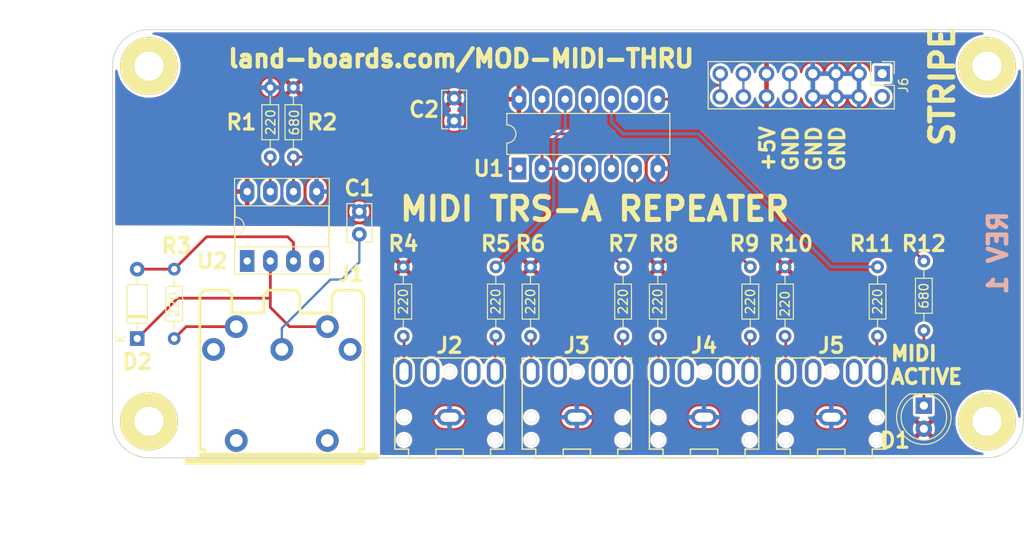
<source format=kicad_pcb>
(kicad_pcb (version 20211014) (generator pcbnew)
  (title_block (title "MOD-MIDI-THRU") (date "2022-10-06") (rev "1"))
  (layers (0 "F.Cu" signal) (31 "B.Cu" signal) (34 "B.Paste" user) (35 "F.Paste" user) (36 "B.SilkS" user "B.Silkscreen") (37 "F.SilkS" user "F.Silkscreen") (38 "B.Mask" user) (39 "F.Mask" user) (44 "Edge.Cuts" user))
  (net 0 "")
  (net 1 "GND")
  (net 2 "+5V")
  (net 3 "/MIDI_RTN")
  (net 4 "Net-(D2-Pad2)")
  (net 5 "/MIDI_1_PWR")
  (net 6 "/MIDI_1_OUT")
  (net 9 "/MIDI_2_PWR")
  (net 10 "Net-(R1-Pad1)")
  (net 11 "/MIDI_IN")
  (net 12 "/RXD")
  (net 13 "Net-(D1-Pad1)")
  (net 15 "Net-(C1-Pad1)")
  (net 17 "/MIDI_2_OUT")
  (net 18 "/MIDI_3_PWR")
  (net 19 "/MIDI_3_OUT")
  (net 20 "/MIDI_4_PWR")
  (net 21 "Net-(R5-Pad1)")
  (net 22 "Net-(R7-Pad1)")
  (net 23 "/MIDI_4_OUT")
  (net 25 "Net-(U1-Pad11)")
  (net 26 "Net-(R9-Pad1)")
  (net 27 "Net-(R11-Pad1)")
  (net 28 "Net-(R12-Pad1)")
  (net 31 "+12V")
  (net 32 "/CV_OUT")
  (net 33 "/GATE_OUT")
  (footprint "Resistor_THT:R_Axial_DIN0204_L3.6mm_D1.6mm_P7.62mm_Horizontal" (layer "F.Cu") (at 149.86 66.04 -90)
    (fp_text reference "R8" (at -2.54 -0.635 180) (layer "F.SilkS") (effects (font (size 1.651 1.651) (thickness 0.34925))))
    (fp_text value "220" (at 3.81 0 90) (layer "F.SilkS"))
    (fp_line (start 1.89 0.92) (end 5.73 0.92) (layer "F.SilkS") (width 0.12))
    (fp_line (start 1.89 -0.92) (end 1.89 0.92) (layer "F.SilkS") (width 0.12))
    (fp_line (start 5.73 0.92) (end 5.73 -0.92) (layer "F.SilkS") (width 0.12))
    (fp_line (start 6.68 0) (end 5.73 0) (layer "F.SilkS") (width 0.12))
    (fp_line (start 0.94 0) (end 1.89 0) (layer "F.SilkS") (width 0.12))
    (fp_line (start 5.73 -0.92) (end 1.89 -0.92) (layer "F.SilkS") (width 0.12))
    (pad "1" thru_hole circle (at 0 0 270) (size 1.4 1.4) (drill 0.7) (layers *.Cu *.Mask) (net 2 "+5V"))
    (pad "2" thru_hole oval (at 7.62 0 270) (size 1.4 1.4) (drill 0.7) (layers *.Cu *.Mask) (net 18 "/MIDI_3_PWR"))
  )
  (footprint "LandBoards_MountHoles:MTG-4-40" (layer "F.Cu") (at 94 83)
    (fp_text reference "MTG1" hide)
    (fp_text value "MountingHole" hide)
    (pad "1" thru_hole circle locked (at 0 0) (size 6.35 6.35) (drill 3.175) (layers *.Cu *.Mask "F.SilkS"))
  )
  (footprint "Resistor_THT:R_Axial_DIN0204_L3.6mm_D1.6mm_P7.62mm_Horizontal" (layer "F.Cu") (at 135.89 66.04 -90)
    (fp_text reference "R6" (at -2.54 0 180) (layer "F.SilkS") (effects (font (size 1.651 1.651) (thickness 0.34925))))
    (fp_text value "220" (at 3.81 0 90) (layer "F.SilkS"))
    (fp_line (start 1.89 -0.92) (end 1.89 0.92) (layer "F.SilkS") (width 0.12))
    (fp_line (start 0.94 0) (end 1.89 0) (layer "F.SilkS") (width 0.12))
    (fp_line (start 6.68 0) (end 5.73 0) (layer "F.SilkS") (width 0.12))
    (fp_line (start 5.73 0.92) (end 5.73 -0.92) (layer "F.SilkS") (width 0.12))
    (fp_line (start 5.73 -0.92) (end 1.89 -0.92) (layer "F.SilkS") (width 0.12))
    (fp_line (start 1.89 0.92) (end 5.73 0.92) (layer "F.SilkS") (width 0.12))
    (pad "1" thru_hole circle (at 0 0 270) (size 1.4 1.4) (drill 0.7) (layers *.Cu *.Mask) (net 2 "+5V"))
    (pad "2" thru_hole oval (at 7.62 0 270) (size 1.4 1.4) (drill 0.7) (layers *.Cu *.Mask) (net 9 "/MIDI_2_PWR"))
  )
  (footprint "LandBoards_Conns:Jack_3.5mm_CUI_SJ1-3523N_Horizontal" (layer "F.Cu") (at 168.91 82.55 180)
    (fp_text reference "J5" (at 0 7.874) (layer "F.SilkS") (effects (font (size 1.651 1.651) (thickness 0.34925))))
    (fp_text value "AudioJack3" hide)
    (fp_line (start -1.5 -4.5) (end -1.5 -3.5) (layer "F.SilkS") (width 0.15))
    (fp_line (start -4.5 -4.5) (end -1.5 -4.5) (layer "F.SilkS") (width 0.15))
    (fp_line (start 4.5 -4.5) (end 1.5 -4.5) (layer "F.SilkS") (width 0.15))
    (fp_line (start -6 6.5) (end 6 6.5) (layer "F.SilkS") (width 0.15))
    (fp_line (start 1.5 -4.5) (end 1.5 -3.5) (layer "F.SilkS") (width 0.15))
    (fp_line (start -1.5 -3.5) (end 1.5 -3.5) (layer "F.SilkS") (width 0.15))
    (fp_line (start -4.5 -3.5) (end -4.5 -4.5) (layer "F.SilkS") (width 0.15))
    (fp_line (start -4.5 -3.5) (end -6 -3.5) (layer "F.SilkS") (width 0.15))
    (fp_line (start 6 6.5) (end 6 -3.5) (layer "F.SilkS") (width 0.15))
    (fp_line (start 4.5 -3.5) (end 4.5 -4.5) (layer "F.SilkS") (width 0.15))
    (fp_line (start -6 6.5) (end -6 -3.5) (layer "F.SilkS") (width 0.15))
    (fp_line (start 4.5 -3.5) (end 6 -3.5) (layer "F.SilkS") (width 0.15))
    (pad "90" thru_hole circle (at -5 0 180) (size 1.2 1.2) (drill 1.2) (layers *.Cu *.Mask))
    (pad "90" thru_hole circle (at 5 -2.5 180) (size 1.2 1.2) (drill 1.2) (layers *.Cu *.Mask))
    (pad "90" thru_hole circle (at -5 -2.5 180) (size 1.2 1.2) (drill 1.2) (layers *.Cu *.Mask))
    (pad "90" thru_hole circle (at 0 5 180) (size 1.2 1.2) (drill 1.2) (layers *.Cu *.Mask))
    (pad "90" thru_hole circle (at 5 0 180) (size 1.2 1.2) (drill 1.2) (layers *.Cu *.Mask))
    (pad "R" thru_hole oval (at 5 5 270) (size 2.8 1.8) (drill oval 2 1) (layers *.Cu *.Mask) (net 20 "/MIDI_4_PWR"))
    (pad "RN" thru_hole oval (at 2 5 270) (size 2.8 1.8) (drill oval 2 1) (layers *.Cu *.Mask))
    (pad "S" thru_hole oval (at 0 0 180) (size 2.8 1.8) (drill oval 2 1) (layers *.Cu *.Mask) (net 1 "GND"))
    (pad "T" thru_hole oval (at -5 5 270) (size 2.8 1.8) (drill oval 2 1) (layers *.Cu *.Mask) (net 23 "/MIDI_4_OUT"))
    (pad "TN" thru_hole oval (at -2.5 5 270) (size 2.8 1.8) (drill oval 2 1) (layers *.Cu *.Mask))
  )
  (footprint "Resistor_THT:R_Axial_DIN0204_L3.6mm_D1.6mm_P7.62mm_Horizontal" (layer "F.Cu") (at 146.05 66.04 -90)
    (fp_text reference "R7" (at -2.54 0 -180) (layer "F.SilkS") (effects (font (size 1.651 1.651) (thickness 0.34925))))
    (fp_text value "220" (at 3.81 0 -270) (layer "F.SilkS"))
    (fp_line (start 5.73 -0.92) (end 1.89 -0.92) (layer "F.SilkS") (width 0.12))
    (fp_line (start 1.89 0.92) (end 5.73 0.92) (layer "F.SilkS") (width 0.12))
    (fp_line (start 0.94 0) (end 1.89 0) (layer "F.SilkS") (width 0.12))
    (fp_line (start 5.73 0.92) (end 5.73 -0.92) (layer "F.SilkS") (width 0.12))
    (fp_line (start 6.68 0) (end 5.73 0) (layer "F.SilkS") (width 0.12))
    (fp_line (start 1.89 -0.92) (end 1.89 0.92) (layer "F.SilkS") (width 0.12))
    (pad "1" thru_hole circle (at 0 0 270) (size 1.4 1.4) (drill 0.7) (layers *.Cu *.Mask) (net 22 "Net-(R7-Pad1)"))
    (pad "2" thru_hole oval (at 7.62 0 270) (size 1.4 1.4) (drill 0.7) (layers *.Cu *.Mask) (net 17 "/MIDI_2_OUT"))
  )
  (footprint "LandBoards_Conns:Jack_3.5mm_CUI_SJ1-3523N_Horizontal" (layer "F.Cu") (at 154.94 82.55 180)
    (fp_text reference "J4" (at 0 7.874) (layer "F.SilkS") (effects (font (size 1.651 1.651) (thickness 0.34925))))
    (fp_text value "AudioJack3" hide)
    (fp_line (start 4.5 -3.5) (end 6 -3.5) (layer "F.SilkS") (width 0.15))
    (fp_line (start -4.5 -4.5) (end -1.5 -4.5) (layer "F.SilkS") (width 0.15))
    (fp_line (start -4.5 -3.5) (end -4.5 -4.5) (layer "F.SilkS") (width 0.15))
    (fp_line (start -4.5 -3.5) (end -6 -3.5) (layer "F.SilkS") (width 0.15))
    (fp_line (start 4.5 -3.5) (end 4.5 -4.5) (layer "F.SilkS") (width 0.15))
    (fp_line (start 6 6.5) (end 6 -3.5) (layer "F.SilkS") (width 0.15))
    (fp_line (start 1.5 -4.5) (end 1.5 -3.5) (layer "F.SilkS") (width 0.15))
    (fp_line (start -6 6.5) (end 6 6.5) (layer "F.SilkS") (width 0.15))
    (fp_line (start -6 6.5) (end -6 -3.5) (layer "F.SilkS") (width 0.15))
    (fp_line (start 4.5 -4.5) (end 1.5 -4.5) (layer "F.SilkS") (width 0.15))
    (fp_line (start -1.5 -4.5) (end -1.5 -3.5) (layer "F.SilkS") (width 0.15))
    (fp_line (start -1.5 -3.5) (end 1.5 -3.5) (layer "F.SilkS") (width 0.15))
    (pad "90" thru_hole circle (at -5 0 180) (size 1.2 1.2) (drill 1.2) (layers *.Cu *.Mask))
    (pad "90" thru_hole circle (at 0 5 180) (size 1.2 1.2) (drill 1.2) (layers *.Cu *.Mask))
    (pad "90" thru_hole circle (at 5 -2.5 180) (size 1.2 1.2) (drill 1.2) (layers *.Cu *.Mask))
    (pad "90" thru_hole circle (at -5 -2.5 180) (size 1.2 1.2) (drill 1.2) (layers *.Cu *.Mask))
    (pad "90" thru_hole circle (at 5 0 180) (size 1.2 1.2) (drill 1.2) (layers *.Cu *.Mask))
    (pad "R" thru_hole oval (at 5 5 270) (size 2.8 1.8) (drill oval 2 1) (layers *.Cu *.Mask) (net 18 "/MIDI_3_PWR"))
    (pad "RN" thru_hole oval (at 2 5 270) (size 2.8 1.8) (drill oval 2 1) (layers *.Cu *.Mask))
    (pad "S" thru_hole oval (at 0 0 180) (size 2.8 1.8) (drill oval 2 1) (layers *.Cu *.Mask) (net 1 "GND"))
    (pad "T" thru_hole oval (at -5 5 270) (size 2.8 1.8) (drill oval 2 1) (layers *.Cu *.Mask) (net 19 "/MIDI_3_OUT"))
    (pad "TN" thru_hole oval (at -2.5 5 270) (size 2.8 1.8) (drill oval 2 1) (layers *.Cu *.Mask))
  )
  (footprint "Resistor_THT:R_Axial_DIN0204_L3.6mm_D1.6mm_P7.62mm_Horizontal" (layer "F.Cu") (at 121.92 66.04 -90)
    (fp_text reference "R4" (at -2.54 0 180) (layer "F.SilkS") (effects (font (size 1.651 1.651) (thickness 0.34925))))
    (fp_text value "220" (at 3.81 0 90) (layer "F.SilkS"))
    (fp_line (start 0.94 0) (end 1.89 0) (layer "F.SilkS") (width 0.12))
    (fp_line (start 1.89 0.92) (end 5.73 0.92) (layer "F.SilkS") (width 0.12))
    (fp_line (start 5.73 -0.92) (end 1.89 -0.92) (layer "F.SilkS") (width 0.12))
    (fp_line (start 1.89 -0.92) (end 1.89 0.92) (layer "F.SilkS") (width 0.12))
    (fp_line (start 5.73 0.92) (end 5.73 -0.92) (layer "F.SilkS") (width 0.12))
    (fp_line (start 6.68 0) (end 5.73 0) (layer "F.SilkS") (width 0.12))
    (pad "1" thru_hole circle (at 0 0 270) (size 1.4 1.4) (drill 0.7) (layers *.Cu *.Mask) (net 2 "+5V"))
    (pad "2" thru_hole oval (at 7.62 0 270) (size 1.4 1.4) (drill 0.7) (layers *.Cu *.Mask) (net 5 "/MIDI_1_PWR"))
  )
  (footprint "Package_DIP:DIP-14_W7.62mm_LongPads" (layer "F.Cu") (at 134.615 55.26 90)
    (fp_text reference "U1" (at 0.015 -3.297) (layer "F.SilkS") (effects (font (size 1.651 1.651) (thickness 0.34925))))
    (fp_text value "74HC14")
    (fp_line (start 6.06 -1.33) (end 4.81 -1.33) (layer "F.SilkS") (width 0.12))
    (fp_line (start 2.81 -1.33) (end 1.56 -1.33) (layer "F.SilkS") (width 0.12))
    (fp_line (start 1.56 16.57) (end 6.06 16.57) (layer "F.SilkS") (width 0.12))
    (fp_line (start 6.06 16.57) (end 6.06 -1.33) (layer "F.SilkS") (width 0.12))
    (fp_line (start 1.56 -1.33) (end 1.56 16.57) (layer "F.SilkS") (width 0.12))
    (fp_arc (start 4.81 -1.33) (mid 3.81 -0.33) (end 2.81 -1.33) (layer "F.SilkS") (width 0.12))
    (pad "1" thru_hole rect (at 0 0 90) (size 2.4 1.6) (drill 0.8) (layers *.Cu *.Mask) (net 12 "/RXD"))
    (pad "2" thru_hole oval (at 0 2.54 90) (size 2.4 1.6) (drill 0.8) (layers *.Cu *.Mask) (net 25 "Net-(U1-Pad11)"))
    (pad "3" thru_hole oval (at 0 5.08 90) (size 2.4 1.6) (drill 0.8) (layers *.Cu *.Mask) (net 25 "Net-(U1-Pad11)"))
    (pad "4" thru_hole oval (at 0 7.62 90) (size 2.4 1.6) (drill 0.8) (layers *.Cu *.Mask) (net 22 "Net-(R7-Pad1)"))
    (pad "5" thru_hole oval (at 0 10.16 90) (size 2.4 1.6) (drill 0.8) (layers *.Cu *.Mask) (net 25 "Net-(U1-Pad11)"))
    (pad "6" thru_hole oval (at 0 12.7 90) (size 2.4 1.6) (drill 0.8) (layers *.Cu *.Mask) (net 26 "Net-(R9-Pad1)"))
    (pad "7" thru_hole oval (at 0 15.24 90) (size 2.4 1.6) (drill 0.8) (layers *.Cu *.Mask) (net 1 "GND"))
    (pad "8" thru_hole oval (at 7.62 15.24 90) (size 2.4 1.6) (drill 0.8) (layers *.Cu *.Mask) (net 28 "Net-(R12-Pad1)"))
    (pad "9" thru_hole oval (at 7.62 12.7 90) (size 2.4 1.6) (drill 0.8) (layers *.Cu *.Mask))
    (pad "10" thru_hole oval (at 7.62 10.16 90) (size 2.4 1.6) (drill 0.8) (layers *.Cu *.Mask) (net 27 "Net-(R11-Pad1)"))
    (pad "11" thru_hole oval (at 7.62 7.62 90) (size 2.4 1.6) (drill 0.8) (layers *.Cu *.Mask) (net 25 "Net-(U1-Pad11)"))
    (pad "12" thru_hole oval (at 7.62 5.08 90) (size 2.4 1.6) (drill 0.8) (layers *.Cu *.Mask) (net 21 "Net-(R5-Pad1)"))
    (pad "13" thru_hole oval (at 7.62 2.54 90) (size 2.4 1.6) (drill 0.8) (layers *.Cu *.Mask) (net 25 "Net-(U1-Pad11)"))
    (pad "14" thru_hole oval (at 7.62 0 90) (size 2.4 1.6) (drill 0.8) (layers *.Cu *.Mask) (net 2 "+5V"))
  )
  (footprint "Resistor_THT:R_Axial_DIN0204_L3.6mm_D1.6mm_P7.62mm_Horizontal" (layer "F.Cu") (at 173.99 66.04 -90)
    (fp_text reference "R11" (at -2.54 0.635 -180) (layer "F.SilkS") (effects (font (size 1.651 1.651) (thickness 0.34925))))
    (fp_text value "220" (at 3.81 0 -270) (layer "F.SilkS"))
    (fp_line (start 5.73 -0.92) (end 1.89 -0.92) (layer "F.SilkS") (width 0.12))
    (fp_line (start 1.89 -0.92) (end 1.89 0.92) (layer "F.SilkS") (width 0.12))
    (fp_line (start 0.94 0) (end 1.89 0) (layer "F.SilkS") (width 0.12))
    (fp_line (start 5.73 0.92) (end 5.73 -0.92) (layer "F.SilkS") (width 0.12))
    (fp_line (start 6.68 0) (end 5.73 0) (layer "F.SilkS") (width 0.12))
    (fp_line (start 1.89 0.92) (end 5.73 0.92) (layer "F.SilkS") (width 0.12))
    (pad "1" thru_hole circle (at 0 0 270) (size 1.4 1.4) (drill 0.7) (layers *.Cu *.Mask) (net 27 "Net-(R11-Pad1)"))
    (pad "2" thru_hole oval (at 7.62 0 270) (size 1.4 1.4) (drill 0.7) (layers *.Cu *.Mask) (net 23 "/MIDI_4_OUT"))
  )
  (footprint "Capacitor_THT:C_Rect_L4.0mm_W2.5mm_P2.50mm" (layer "F.Cu") (at 117.094 62.464 90)
    (fp_text reference "C1" (at 5.06 0 180) (layer "F.SilkS") (effects (font (size 1.651 1.651) (thickness 0.34925))))
    (fp_text value "0.1uF")
    (fp_line (start -0.87 -1.37) (end -0.87 -0.665) (layer "F.SilkS") (width 0.12))
    (fp_line (start -0.87 1.37) (end 3.37 1.37) (layer "F.SilkS") (width 0.12))
    (fp_line (start -0.87 0.665) (end -0.87 1.37) (layer "F.SilkS") (width 0.12))
    (fp_line (start -0.87 -1.37) (end 3.37 -1.37) (layer "F.SilkS") (width 0.12))
    (fp_line (start 3.37 0.665) (end 3.37 1.37) (layer "F.SilkS") (width 0.12))
    (fp_line (start 3.37 -1.37) (end 3.37 -0.665) (layer "F.SilkS") (width 0.12))
    (pad "1" thru_hole circle (at 0 0 90) (size 1.6 1.6) (drill 0.8) (layers *.Cu *.Mask) (net 15 "Net-(C1-Pad1)"))
    (pad "2" thru_hole circle (at 2.5 0 90) (size 1.6 1.6) (drill 0.8) (layers *.Cu *.Mask) (net 1 "GND"))
  )
  (footprint "Resistor_THT:R_Axial_DIN0204_L3.6mm_D1.6mm_P7.62mm_Horizontal" (layer "F.Cu") (at 132.08 66.04 -90)
    (fp_text reference "R5" (at -2.54 0 -180) (layer "F.SilkS") (effects (font (size 1.651 1.651) (thickness 0.34925))))
    (fp_text value "220" (at 3.81 0 -270) (layer "F.SilkS"))
    (fp_line (start 5.73 -0.92) (end 1.89 -0.92) (layer "F.SilkS") (width 0.12))
    (fp_line (start 5.73 0.92) (end 5.73 -0.92) (layer "F.SilkS") (width 0.12))
    (fp_line (start 1.89 0.92) (end 5.73 0.92) (layer "F.SilkS") (width 0.12))
    (fp_line (start 1.89 -0.92) (end 1.89 0.92) (layer "F.SilkS") (width 0.12))
    (fp_line (start 0.94 0) (end 1.89 0) (layer "F.SilkS") (width 0.12))
    (fp_line (start 6.68 0) (end 5.73 0) (layer "F.SilkS") (width 0.12))
    (pad "1" thru_hole circle (at 0 0 270) (size 1.4 1.4) (drill 0.7) (layers *.Cu *.Mask) (net 21 "Net-(R5-Pad1)"))
    (pad "2" thru_hole oval (at 7.62 0 270) (size 1.4 1.4) (drill 0.7) (layers *.Cu *.Mask) (net 6 "/MIDI_1_OUT"))
  )
  (footprint "Resistor_THT:R_Axial_DIN0204_L3.6mm_D1.6mm_P7.62mm_Horizontal" (layer "F.Cu") (at 96.774 66.294 -90)
    (fp_text reference "R3" (at -2.54 -0.254) (layer "F.SilkS") (effects (font (size 1.651 1.651) (thickness 0.34925))))
    (fp_text value "220" (at 3.8862 0 90) (layer "F.SilkS"))
    (fp_line (start 6.68 0) (end 5.73 0) (layer "F.SilkS") (width 0.12))
    (fp_line (start 5.73 0.92) (end 5.73 -0.92) (layer "F.SilkS") (width 0.12))
    (fp_line (start 1.89 -0.92) (end 1.89 0.92) (layer "F.SilkS") (width 0.12))
    (fp_line (start 5.73 -0.92) (end 1.89 -0.92) (layer "F.SilkS") (width 0.12))
    (fp_line (start 0.94 0) (end 1.89 0) (layer "F.SilkS") (width 0.12))
    (fp_line (start 1.89 0.92) (end 5.73 0.92) (layer "F.SilkS") (width 0.12))
    (pad "1" thru_hole circle (at 0 0 270) (size 1.4 1.4) (drill 0.7) (layers *.Cu *.Mask) (net 4 "Net-(D2-Pad2)"))
    (pad "2" thru_hole oval (at 7.62 0 270) (size 1.4 1.4) (drill 0.7) (layers *.Cu *.Mask) (net 3 "/MIDI_RTN"))
  )
  (footprint "LED_THT:LED_D5.0mm" (layer "F.Cu") (at 179.07 81.275 -90)
    (fp_text reference "D1" (at 3.815 3.175) (layer "F.SilkS") (effects (font (size 1.651 1.651) (thickness 0.34925))))
    (fp_text value "LED")
    (fp_line (start -1.29 -1.545) (end -1.29 1.545) (layer "F.SilkS") (width 0.12))
    (fp_arc (start 4.26 -0.000462) (mid 2.072002 2.880433) (end -1.29 1.54483) (layer "F.SilkS") (width 0.12))
    (fp_arc (start -1.29 -1.54483) (mid 2.072002 -2.880433) (end 4.26 0.000462) (layer "F.SilkS") (width 0.12))
    (fp_circle (center 1.27 0) (end 3.77 0) (layer "F.SilkS") (width 0.12) (fill none))
    (pad "1" thru_hole rect (at 0 0 270) (size 1.8 1.8) (drill 0.9) (layers *.Cu *.Mask) (net 13 "Net-(D1-Pad1)"))
    (pad "2" thru_hole circle (at 2.54 0 270) (size 1.8 1.8) (drill 0.9) (layers *.Cu *.Mask) (net 2 "+5V"))
  )
  (footprint "Resistor_THT:R_Axial_DIN0204_L3.6mm_D1.6mm_P7.62mm_Horizontal" (layer "F.Cu") (at 160.02 66.04 -90)
    (fp_text reference "R9" (at -2.54 0.635 -180) (layer "F.SilkS") (effects (font (size 1.651 1.651) (thickness 0.34925))))
    (fp_text value "220" (at 3.81 0 -270) (layer "F.SilkS"))
    (fp_line (start 6.68 0) (end 5.73 0) (layer "F.SilkS") (width 0.12))
    (fp_line (start 0.94 0) (end 1.89 0) (layer "F.SilkS") (width 0.12))
    (fp_line (start 1.89 0.92) (end 5.73 0.92) (layer "F.SilkS") (width 0.12))
    (fp_line (start 5.73 0.92) (end 5.73 -0.92) (layer "F.SilkS") (width 0.12))
    (fp_line (start 1.89 -0.92) (end 1.89 0.92) (layer "F.SilkS") (width 0.12))
    (fp_line (start 5.73 -0.92) (end 1.89 -0.92) (layer "F.SilkS") (width 0.12))
    (pad "1" thru_hole circle (at 0 0 270) (size 1.4 1.4) (drill 0.7) (layers *.Cu *.Mask) (net 26 "Net-(R9-Pad1)"))
    (pad "2" thru_hole oval (at 7.62 0 270) (size 1.4 1.4) (drill 0.7) (layers *.Cu *.Mask) (net 19 "/MIDI_3_OUT"))
  )
  (footprint "LandBoards_MountHoles:MTG-4-40" (layer "F.Cu") (at 94 44)
    (fp_text reference "MTG3" hide)
    (fp_text value "MountingHole" hide)
    (pad "1" thru_hole circle locked (at 0 0) (size 6.35 6.35) (drill 3.175) (layers *.Cu *.Mask "F.SilkS"))
  )
  (footprint "Diode_THT:D_DO-35_SOD27_P7.62mm_Horizontal" (layer "F.Cu") (at 92.71 73.914 90)
    (fp_text reference "D2" (at -2.54 0) (layer "F.SilkS") (effects (font (size 1.651 1.651) (thickness 0.34925))))
    (fp_text value "1N914")
    (fp_text user "K" (at 0 -1.8 90) (layer "F.SilkS"))
    (fp_line (start 5.93 -1.12) (end 1.69 -1.12) (layer "F.SilkS") (width 0.12))
    (fp_line (start 2.29 -1.12) (end 2.29 1.12) (layer "F.SilkS") (width 0.12))
    (fp_line (start 5.93 1.12) (end 5.93 -1.12) (layer "F.SilkS") (width 0.12))
    (fp_line (start 1.69 -1.12) (end 1.69 1.12) (layer "F.SilkS") (width 0.12))
    (fp_line (start 2.41 -1.12) (end 2.41 1.12) (layer "F.SilkS") (width 0.12))
    (fp_line (start 6.58 0) (end 5.93 0) (layer "F.SilkS") (width 0.12))
    (fp_line (start 1.04 0) (end 1.69 0) (layer "F.SilkS") (width 0.12))
    (fp_line (start 1.69 1.12) (end 5.93 1.12) (layer "F.SilkS") (width 0.12))
    (fp_line (start 2.53 -1.12) (end 2.53 1.12) (layer "F.SilkS") (width 0.12))
    (pad "1" thru_hole rect (at 0 0 90) (size 1.6 1.6) (drill 0.8) (layers *.Cu *.Mask) (net 11 "/MIDI_IN"))
    (pad "2" thru_hole oval (at 7.62 0 90) (size 1.6 1.6) (drill 0.8) (layers *.Cu *.Mask) (net 4 "Net-(D2-Pad2)"))
  )
  (footprint "Connector_PinHeader_2.54mm:PinHeader_2x08_P2.54mm_Vertical" (layer "F.Cu") (at 174.498 44.831 -90)
    (fp_text reference "J6" (at 1.27 -2.33 90) (layer "F.SilkS"))
    (fp_text value "Conn_02x08_Odd_Even")
    (fp_line (start -1.33 1.27) (end -1.33 19.11) (layer "F.SilkS") (width 0.12))
    (fp_line (start -1.33 1.27) (end 1.27 1.27) (layer "F.SilkS") (width 0.12))
    (fp_line (start -1.33 19.11) (end 3.87 19.11) (layer "F.SilkS") (width 0.12))
    (fp_line (start 1.27 -1.33) (end 3.87 -1.33) (layer "F.SilkS") (width 0.12))
    (fp_line (start 1.27 1.27) (end 1.27 -1.33) (layer "F.SilkS") (width 0.12))
    (fp_line (start -1.33 -1.33) (end 0 -1.33) (layer "F.SilkS") (width 0.12))
    (fp_line (start 3.87 -1.33) (end 3.87 19.11) (layer "F.SilkS") (width 0.12))
    (fp_line (start -1.33 0) (end -1.33 -1.33) (layer "F.SilkS") (width 0.12))
    (pad "1" thru_hole rect (at 0 0 270) (size 1.7 1.7) (drill 1) (layers *.Cu *.Mask))
    (pad "2" thru_hole oval (at 2.54 0 270) (size 1.7 1.7) (drill 1) (layers *.Cu *.Mask))
    (pad "3" thru_hole oval (at 0 2.54 270) (size 1.7 1.7) (drill 1) (layers *.Cu *.Mask) (net 1 "GND"))
    (pad "4" thru_hole oval (at 2.54 2.54 270) (size 1.7 1.7) (drill 1) (layers *.Cu *.Mask) (net 1 "GND"))
    (pad "5" thru_hole oval (at 0 5.08 270) (size 1.7 1.7) (drill 1) (layers *.Cu *.Mask) (net 1 "GND"))
    (pad "6" thru_hole oval (at 2.54 5.08 270) (size 1.7 1.7) (drill 1) (layers *.Cu *.Mask) (net 1 "GND"))
    (pad "7" thru_hole oval (at 0 7.62 270) (size 1.7 1.7) (drill 1) (layers *.Cu *.Mask) (net 1 "GND"))
    (pad "8" thru_hole oval (at 2.54 7.62 270) (size 1.7 1.7) (drill 1) (layers *.Cu *.Mask) (net 1 "GND"))
    (pad "9" thru_hole oval (at 0 10.16 270) (size 1.7 1.7) (drill 1) (layers *.Cu *.Mask) (net 31 "+12V"))
    (pad "10" thru_hole oval (at 2.54 10.16 270) (size 1.7 1.7) (drill 1) (layers *.Cu *.Mask) (net 31 "+12V"))
    (pad "11" thru_hole oval (at 0 12.7 270) (size 1.7 1.7) (drill 1) (layers *.Cu *.Mask) (net 2 "+5V"))
    (pad "12" thru_hole oval (at 2.54 12.7 270) (size 1.7 1.7) (drill 1) (layers *.Cu *.Mask) (net 2 "+5V"))
    (pad "13" thru_hole oval (at 0 15.24 270) (size 1.7 1.7) (drill 1) (layers *.Cu *.Mask) (net 32 "/CV_OUT"))
    (pad "14" thru_hole oval (at 2.54 15.24 270) (size 1.7 1.7) (drill 1) (layers *.Cu *.Mask) (net 32 "/CV_OUT"))
    (pad "15" thru_hole oval (at 0 17.78 270) (size 1.7 1.7) (drill 1) (layers *.Cu *.Mask) (net 33 "/GATE_OUT"))
    (pad "16" thru_hole oval (at 2.54 17.78 270) (size 1.7 1.7) (drill 1) (layers *.Cu *.Mask) (net 33 "/GATE_OUT"))
  )
  (footprint "Resistor_THT:R_Axial_DIN0204_L3.6mm_D1.6mm_P7.62mm_Horizontal" (layer "F.Cu") (at 163.83 66.04 -90)
    (fp_text reference "R10" (at -2.54 -0.635 180) (layer "F.SilkS") (effects (font (size 1.651 1.651) (thickness 0.34925))))
    (fp_text value "220" (at 4.064 0 90) (layer "F.SilkS"))
    (fp_line (start 1.89 0.92) (end 5.73 0.92) (layer "F.SilkS") (width 0.12))
    (fp_line (start 0.94 0) (end 1.89 0) (layer "F.SilkS") (width 0.12))
    (fp_line (start 5.73 -0.92) (end 1.89 -0.92) (layer "F.SilkS") (width 0.12))
    (fp_line (start 5.73 0.92) (end 5.73 -0.92) (layer "F.SilkS") (width 0.12))
    (fp_line (start 1.89 -0.92) (end 1.89 0.92) (layer "F.SilkS") (width 0.12))
    (fp_line (start 6.68 0) (end 5.73 0) (layer "F.SilkS") (width 0.12))
    (pad "1" thru_hole circle (at 0 0 270) (size 1.4 1.4) (drill 0.7) (layers *.Cu *.Mask) (net 2 "+5V"))
    (pad "2" thru_hole oval (at 7.62 0 270) (size 1.4 1.4) (drill 0.7) (layers *.Cu *.Mask) (net 20 "/MIDI_4_PWR"))
  )
  (footprint "LandBoards_Conns:MIDI_DIN-5" (layer "F.Cu") (at 108.585 78.105)
    (fp_text reference "J1" (at 7.62 -11.27) (layer "F.SilkS") (effects (font (size 1.651 1.651) (thickness 0.34925))))
    (fp_text value "DIN-5" hide)
    (fp_line (start 8.49884 -9.4996) (end 6.49986 -9.4996) (layer "F.SilkS") (width 0.3048))
    (fp_line (start -10.50036 9.4996) (end -10.50036 8.99922) (layer "F.SilkS") (width 0.3048))
    (fp_line (start -10.50036 8.99922) (end -8.99922 8.99922) (layer "F.SilkS") (width 0.3048))
    (fp_line (start 8.99922 -8.99922) (end 8.99922 8.001) (layer "F.SilkS") (width 0.3048))
    (fp_line (start -5.99948 -9.4996) (end -5.4991 -8.99922) (layer "F.SilkS") (width 0.3048))
    (fp_line (start -8.49884 -9.4996) (end -5.99948 -9.4996) (layer "F.SilkS") (width 0.3048))
    (fp_line (start 1.50114 -9.4996) (end 1.99898 -8.99922) (layer "F.SilkS") (width 0.3048))
    (fp_line (start -1.99898 -8.99922) (end -1.99898 -7.00024) (layer "F.SilkS") (width 0.3048))
    (fp_line (start 8.99922 8.99922) (end -8.99922 8.99922) (layer "F.SilkS") (width 0.3048))
    (fp_line (start -8.99922 -8.99922) (end -8.49884 -9.4996) (layer "F.SilkS") (width 0.3048))
    (fp_line (start 10.50036 8.49884) (end 10.50036 8.99922) (layer "F.SilkS") (width 0.3048))
    (fp_line (start -5.4991 -8.99922) (end -5.4991 -7.00024) (layer "F.SilkS") (width 0.3048))
    (fp_line (start -8.99922 8.99922) (end -8.99922 8.49884) (layer "F.SilkS") (width 0.3048))
    (fp_line (start -1.50114 -9.4996) (end -1.99898 -8.99922) (layer "F.SilkS") (width 0.3048))
    (fp_line (start -5.4991 -7.00024) (end -1.99898 -7.00024) (layer "F.SilkS") (width 0.3048))
    (fp_line (start -8.99922 -8.99922) (end -8.99922 8.001) (layer "F.SilkS") (width 0.3048))
    (fp_line (start 10.50036 8.99922) (end 8.99922 8.99922) (layer "F.SilkS") (width 0.3048))
    (fp_line (start 5.4991 -8.99922) (end 5.4991 -7.00024) (layer "F.SilkS") (width 0.3048))
    (fp_line (start -8.99922 8.7503) (end 10.50036 8.7503) (layer "F.SilkS") (width 0.3048))
    (fp_line (start 8.49884 8.49884) (end 8.49884 8.001) (layer "F.SilkS") (width 0.3048))
    (fp_line (start -8.99922 8.001) (end -8.49884 8.001) (layer "F.SilkS") (width 0.3048))
    (fp_line (start 8.99922 -8.99922) (end 8.49884 -9.4996) (layer "F.SilkS") (width 0.3048))
    (fp_line (start 6.49986 -9.4996) (end 5.99948 -9.4996) (layer "F.SilkS") (width 0.3048))
    (fp_line (start 8.99922 8.001) (end 8.49884 8.001) (layer "F.SilkS") (width 0.3048))
    (fp_line (start -10.50036 9.25068) (end 8.99922 9.25068) (layer "F.SilkS") (width 0.3048))
    (fp_line (start 8.99922 8.99922) (end 8.99922 9.4996) (layer "F.SilkS") (width 0.3048))
    (fp_line (start 1.99898 -8.99922) (end 1.99898 -7.00024) (layer "F.SilkS") (width 0.3048))
    (fp_line (start 5.99948 -9.4996) (end 5.4991 -8.99922) (layer "F.SilkS") (width 0.3048))
    (fp_line (start 5.4991 -7.00024) (end 1.99898 -7.00024) (layer "F.SilkS") (width 0.3048))
    (fp_line (start -8.99922 8.49884) (end 10.50036 8.49884) (layer "F.SilkS") (width 0.3048))
    (fp_line (start -1.50114 -9.4996) (end 1.50114 -9.4996) (layer "F.SilkS") (width 0.3048))
    (fp_line (start -8.49884 8.001) (end -8.49884 8.49884) (layer "F.SilkS") (width 0.3048))
    (fp_line (start 8.99922 9.4996) (end -10.50036 9.4996) (layer "F.SilkS") (width 0.3048))
    (pad "1" thru_hole circle (at 7.5 -3) (size 2.5 2.5) (drill 1.4) (layers *.Cu *.Mask))
    (pad "2" thru_hole circle (at 0 -3) (size 2.5 2.5) (drill 1.4) (layers *.Cu *.Mask) (net 15 "Net-(C1-Pad1)"))
    (pad "3" thru_hole circle (at -7.5 -3) (size 2.5 2.5) (drill 1.4) (layers *.Cu *.Mask))
    (pad "4" thru_hole circle (at 5 -5.5) (size 2.5 2.5) (drill 1.4) (layers *.Cu *.Mask) (net 11 "/MIDI_IN"))
    (pad "5" thru_hole circle (at -5 -5.5) (size 2.5 2.5) (drill 1.4) (layers *.Cu *.Mask) (net 3 "/MIDI_RTN"))
    (pad "6" thru_hole circle (at 5 7) (size 2.5 2.5) (drill 1.4) (layers *.Cu *.Mask))
    (pad "6" thru_hole circle (at -5 7) (size 2.5 2.5) (drill 1.4) (layers *.Cu *.Mask))
  )
  (footprint "LandBoards_Conns:Jack_3.5mm_CUI_SJ1-3523N_Horizontal" (layer "F.Cu") (at 127 82.55 180)
    (fp_text reference "J2" (at 0 7.874) (layer "F.SilkS") (effects (font (size 1.651 1.651) (thickness 0.34925))))
    (fp_text value "AudioJack3" hide)
    (fp_line (start -6 6.5) (end 6 6.5) (layer "F.SilkS") (width 0.15))
    (fp_line (start -6 6.5) (end -6 -3.5) (layer "F.SilkS") (width 0.15))
    (fp_line (start 1.5 -4.5) (end 1.5 -3.5) (layer "F.SilkS") (width 0.15))
    (fp_line (start -4.5 -3.5) (end -4.5 -4.5) (layer "F.SilkS") (width 0.15))
    (fp_line (start 6 6.5) (end 6 -3.5) (layer "F.SilkS") (width 0.15))
    (fp_line (start -1.5 -3.5) (end 1.5 -3.5) (layer "F.SilkS") (width 0.15))
    (fp_line (start -4.5 -3.5) (end -6 -3.5) (layer "F.SilkS") (width 0.15))
    (fp_line (start 4.5 -3.5) (end 6 -3.5) (layer "F.SilkS") (width 0.15))
    (fp_line (start -4.5 -4.5) (end -1.5 -4.5) (layer "F.SilkS") (width 0.15))
    (fp_line (start 4.5 -4.5) (end 1.5 -4.5) (layer "F.SilkS") (width 0.15))
    (fp_line (start -1.5 -4.5) (end -1.5 -3.5) (layer "F.SilkS") (width 0.15))
    (fp_line (start 4.5 -3.5) (end 4.5 -4.5) (layer "F.SilkS") (width 0.15))
    (pad "90" thru_hole circle (at -5 0 180) (size 1.2 1.2) (drill 1.2) (layers *.Cu *.Mask))
    (pad "90" thru_hole circle (at -5 -2.5 180) (size 1.2 1.2) (drill 1.2) (layers *.Cu *.Mask))
    (pad "90" thru_hole circle (at 5 0 180) (size 1.2 1.2) (drill 1.2) (layers *.Cu *.Mask))
    (pad "90" thru_hole circle (at 0 5 180) (size 1.2 1.2) (drill 1.2) (layers *.Cu *.Mask))
    (pad "90" thru_hole circle (at 5 -2.5 180) (size 1.2 1.2) (drill 1.2) (layers *.Cu *.Mask))
    (pad "R" thru_hole oval (at 5 5 270) (size 2.8 1.8) (drill oval 2 1) (layers *.Cu *.Mask) (net 5 "/MIDI_1_PWR"))
    (pad "RN" thru_hole oval (at 2 5 270) (size 2.8 1.8) (drill oval 2 1) (layers *.Cu *.Mask))
    (pad "S" thru_hole oval (at 0 0 180) (size 2.8 1.8) (drill oval 2 1) (layers *.Cu *.Mask) (net 1 "GND"))
    (pad "T" thru_hole oval (at -5 5 270) (size 2.8 1.8) (drill oval 2 1) (layers *.Cu *.Mask) (net 6 "/MIDI_1_OUT"))
    (pad "TN" thru_hole oval (at -2.5 5 270) (size 2.8 1.8) (drill oval 2 1) (layers *.Cu *.Mask))
  )
  (footprint "LandBoards_Conns:Jack_3.5mm_CUI_SJ1-3523N_Horizontal" (layer "F.Cu") (at 140.97 82.55 180)
    (fp_text reference "J3" (at 0 7.874) (layer "F.SilkS") (effects (font (size 1.651 1.651) (thickness 0.34925))))
    (fp_text value "AudioJack3" hide)
    (fp_line (start 4.5 -3.5) (end 4.5 -4.5) (layer "F.SilkS") (width 0.15))
    (fp_line (start -4.5 -3.5) (end -4.5 -4.5) (layer "F.SilkS") (width 0.15))
    (fp_line (start -1.5 -3.5) (end 1.5 -3.5) (layer "F.SilkS") (width 0.15))
    (fp_line (start 4.5 -4.5) (end 1.5 -4.5) (layer "F.SilkS") (width 0.15))
    (fp_line (start 1.5 -4.5) (end 1.5 -3.5) (layer "F.SilkS") (width 0.15))
    (fp_line (start -6 6.5) (end -6 -3.5) (layer "F.SilkS") (width 0.15))
    (fp_line (start 4.5 -3.5) (end 6 -3.5) (layer "F.SilkS") (width 0.15))
    (fp_line (start -4.5 -3.5) (end -6 -3.5) (layer "F.SilkS") (width 0.15))
    (fp_line (start -4.5 -4.5) (end -1.5 -4.5) (layer "F.SilkS") (width 0.15))
    (fp_line (start -6 6.5) (end 6 6.5) (layer "F.SilkS") (width 0.15))
    (fp_line (start 6 6.5) (end 6 -3.5) (layer "F.SilkS") (width 0.15))
    (fp_line (start -1.5 -4.5) (end -1.5 -3.5) (layer "F.SilkS") (width 0.15))
    (pad "90" thru_hole circle (at 5 -2.5 180) (size 1.2 1.2) (drill 1.2) (layers *.Cu *.Mask))
    (pad "90" thru_hole circle (at 5 0 180) (size 1.2 1.2) (drill 1.2) (layers *.Cu *.Mask))
    (pad "90" thru_hole circle (at -5 -2.5 180) (size 1.2 1.2) (drill 1.2) (layers *.Cu *.Mask))
    (pad "90" thru_hole circle (at 0 5 180) (size 1.2 1.2) (drill 1.2) (layers *.Cu *.Mask))
    (pad "90" thru_hole circle (at -5 0 180) (size 1.2 1.2) (drill 1.2) (layers *.Cu *.Mask))
    (pad "R" thru_hole oval (at 5 5 270) (size 2.8 1.8) (drill oval 2 1) (layers *.Cu *.Mask) (net 9 "/MIDI_2_PWR"))
    (pad "RN" thru_hole oval (at 2 5 270) (size 2.8 1.8) (drill oval 2 1) (layers *.Cu *.Mask))
    (pad "S" thru_hole oval (at 0 0 180) (size 2.8 1.8) (drill oval 2 1) (layers *.Cu *.Mask) (net 1 "GND"))
    (pad "T" thru_hole oval (at -5 5 270) (size 2.8 1.8) (drill oval 2 1) (layers *.Cu *.Mask) (net 17 "/MIDI_2_OUT"))
    (pad "TN" thru_hole oval (at -2.5 5 270) (size 2.8 1.8) (drill oval 2 1) (layers *.Cu *.Mask))
  )
  (footprint "Resistor_THT:R_Axial_DIN0204_L3.6mm_D1.6mm_P7.62mm_Horizontal" (layer "F.Cu") (at 179.07 65.405 -90)
    (fp_text reference "R12" (at -1.905 0 180) (layer "F.SilkS") (effects (font (size 1.651 1.651) (thickness 0.34925))))
    (fp_text value "680" (at 3.81 0 90) (layer "F.SilkS"))
    (fp_line (start 0.94 0) (end 1.89 0) (layer "F.SilkS") (width 0.12))
    (fp_line (start 5.73 0.92) (end 5.73 -0.92) (layer "F.SilkS") (width 0.12))
    (fp_line (start 6.68 0) (end 5.73 0) (layer "F.SilkS") (width 0.12))
    (fp_line (start 1.89 -0.92) (end 1.89 0.92) (layer "F.SilkS") (width 0.12))
    (fp_line (start 1.89 0.92) (end 5.73 0.92) (layer "F.SilkS") (width 0.12))
    (fp_line (start 5.73 -0.92) (end 1.89 -0.92) (layer "F.SilkS") (width 0.12))
    (pad "1" thru_hole circle (at 0 0 270) (size 1.4 1.4) (drill 0.7) (layers *.Cu *.Mask) (net 28 "Net-(R12-Pad1)"))
    (pad "2" thru_hole oval (at 7.62 0 270) (size 1.4 1.4) (drill 0.7) (layers *.Cu *.Mask) (net 13 "Net-(D1-Pad1)"))
  )
  (footprint "Resistor_THT:R_Axial_DIN0204_L3.6mm_D1.6mm_P7.62mm_Horizontal" (layer "F.Cu") (at 109.855 46.355 -90)
    (fp_text reference "R2" (at 3.81 -3.175 180) (layer "F.SilkS") (effects (font (size 1.651 1.651) (thickness 0.34925))))
    (fp_text value "680" (at 3.8354 -0.1016 90) (layer "F.SilkS"))
    (fp_line (start 5.73 0.92) (end 5.73 -0.92) (layer "F.SilkS") (width 0.12))
    (fp_line (start 1.89 -0.92) (end 1.89 0.92) (layer "F.SilkS") (width 0.12))
    (fp_line (start 6.68 0) (end 5.73 0) (layer "F.SilkS") (width 0.12))
    (fp_line (start 0.94 0) (end 1.89 0) (layer "F.SilkS") (width 0.12))
    (fp_line (start 5.73 -0.92) (end 1.89 -0.92) (layer "F.SilkS") (width 0.12))
    (fp_line (start 1.89 0.92) (end 5.73 0.92) (layer "F.SilkS") (width 0.12))
    (pad "1" thru_hole circle (at 0 0 270) (size 1.4 1.4) (drill 0.7) (layers *.Cu *.Mask) (net 2 "+5V"))
    (pad "2" thru_hole oval (at 7.62 0 270) (size 1.4 1.4) (drill 0.7) (layers *.Cu *.Mask) (net 12 "/RXD"))
  )
  (footprint "Resistor_THT:R_Axial_DIN0204_L3.6mm_D1.6mm_P7.62mm_Horizontal" (layer "F.Cu") (at 107.315 53.975 90)
    (fp_text reference "R1" (at 3.81 -3.175 180) (layer "F.SilkS") (effects (font (size 1.651 1.651) (thickness 0.34925))))
    (fp_text value "220" (at 3.81 0.0508 90) (layer "F.SilkS"))
    (fp_line (start 1.89 -0.92) (end 1.89 0.92) (layer "F.SilkS") (width 0.12))
    (fp_line (start 5.73 0.92) (end 5.73 -0.92) (layer "F.SilkS") (width 0.12))
    (fp_line (start 6.68 0) (end 5.73 0) (layer "F.SilkS") (width 0.12))
    (fp_line (start 1.89 0.92) (end 5.73 0.92) (layer "F.SilkS") (width 0.12))
    (fp_line (start 5.73 -0.92) (end 1.89 -0.92) (layer "F.SilkS") (width 0.12))
    (fp_line (start 0.94 0) (end 1.89 0) (layer "F.SilkS") (width 0.12))
    (pad "1" thru_hole circle (at 0 0 90) (size 1.4 1.4) (drill 0.7) (layers *.Cu *.Mask) (net 10 "Net-(R1-Pad1)"))
    (pad "2" thru_hole oval (at 7.62 0 90) (size 1.4 1.4) (drill 0.7) (layers *.Cu *.Mask) (net 1 "GND"))
  )
  (footprint "Package_DIP:DIP-8_W7.62mm_Socket_LongPads" (layer "F.Cu") (at 104.785 65.395 90)
    (fp_text reference "U2" (at -0.01 -3.82) (layer "F.SilkS") (effects (font (size 1.651 1.651) (thickness 0.34925))))
    (fp_text value "6N138")
    (fp_line (start -1.44 9.01) (end 9.06 9.01) (layer "F.SilkS") (width 0.12))
    (fp_line (start -1.44 -1.39) (end -1.44 9.01) (layer "F.SilkS") (width 0.12))
    (fp_line (start 6.06 -1.33) (end 4.81 -1.33) (layer "F.SilkS") (width 0.12))
    (fp_line (start 2.81 -1.33) (end 1.56 -1.33) (layer "F.SilkS") (width 0.12))
    (fp_line (start 6.06 8.95) (end 6.06 -1.33) (layer "F.SilkS") (width 0.12))
    (fp_line (start 9.06 9.01) (end 9.06 -1.39) (layer "F.SilkS") (width 0.12))
    (fp_line (start 1.56 8.95) (end 6.06 8.95) (layer "F.SilkS") (width 0.12))
    (fp_line (start 9.06 -1.39) (end -1.44 -1.39) (layer "F.SilkS") (width 0.12))
    (fp_line (start 1.56 -1.33) (end 1.56 8.95) (layer "F.SilkS") (width 0.12))
    (fp_arc (start 4.81 -1.33) (mid 3.81 -0.33) (end 2.81 -1.33) (layer "F.SilkS") (width 0.12))
    (pad "1" thru_hole rect (at 0 0 90) (size 2.4 1.6) (drill 0.8) (layers *.Cu *.Mask))
    (pad "2" thru_hole oval (at 0 2.54 90) (size 2.4 1.6) (drill 0.8) (layers *.Cu *.Mask) (net 11 "/MIDI_IN"))
    (pad "3" thru_hole oval (at 0 5.08 90) (size 2.4 1.6) (drill 0.8) (layers *.Cu *.Mask) (net 4 "Net-(D2-Pad2)"))
    (pad "4" thru_hole oval (at 0 7.62 90) (size 2.4 1.6) (drill 0.8) (layers *.Cu *.Mask))
    (pad "5" thru_hole oval (at 7.62 7.62 90) (size 2.4 1.6) (drill 0.8) (layers *.Cu *.Mask) (net 1 "GND"))
    (pad "6" thru_hole oval (at 7.62 5.08 90) (size 2.4 1.6) (drill 0.8) (layers *.Cu *.Mask) (net 12 "/RXD"))
    (pad "7" thru_hole oval (at 7.62 2.54 90) (size 2.4 1.6) (drill 0.8) (layers *.Cu *.Mask) (net 10 "Net-(R1-Pad1)"))
    (pad "8" thru_hole oval (at 7.62 0 90) (size 2.4 1.6) (drill 0.8) (layers *.Cu *.Mask) (net 2 "+5V"))
  )
  (footprint "LandBoards_MountHoles:MTG-4-40" (layer "F.Cu") (at 186 83)
    (fp_text reference "MTG2" hide)
    (fp_text value "MountingHole" hide)
    (pad "1" thru_hole circle locked (at 0 0) (size 6.35 6.35) (drill 3.175) (layers *.Cu *.Mask "F.SilkS"))
  )
  (footprint "LandBoards_MountHoles:MTG-4-40" (layer "F.Cu") (at 186 44)
    (fp_text reference "MTG4" hide)
    (fp_text value "MountingHole" hide)
    (pad "1" thru_hole circle locked (at 0 0) (size 6.35 6.35) (drill 3.175) (layers *.Cu *.Mask "F.SilkS"))
  )
  (footprint "Capacitor_THT:C_Rect_L4.0mm_W2.5mm_P2.50mm" (layer "F.Cu") (at 127.508 47.518 -90)
    (fp_text reference "C2" (at 1.25 3.302 180) (layer "F.SilkS") (effects (font (size 1.651 1.651) (thickness 0.34925))))
    (fp_text value "0.1uF")
    (fp_line (start -0.87 -1.37) (end 3.37 -1.37) (layer "F.SilkS") (width 0.12))
    (fp_line (start 3.37 0.665) (end 3.37 1.37) (layer "F.SilkS") (width 0.12))
    (fp_line (start 3.37 -1.37) (end 3.37 -0.665) (layer "F.SilkS") (width 0.12))
    (fp_line (start -0.87 -1.37) (end -0.87 -0.665) (layer "F.SilkS") (width 0.12))
    (fp_line (start -0.87 0.665) (end -0.87 1.37) (layer "F.SilkS") (width 0.12))
    (fp_line (start -0.87 1.37) (end 3.37 1.37) (layer "F.SilkS") (width 0.12))
    (pad "1" thru_hole circle (at 0 0 270) (size 1.6 1.6) (drill 0.8) (layers *.Cu *.Mask) (net 2 "+5V"))
    (pad "2" thru_hole circle (at 2.5 0 270) (size 1.6 1.6) (drill 0.8) (layers *.Cu *.Mask) (net 1 "GND"))
  )
  (gr_line (start 90 83) (end 90 44) (layer "Edge.Cuts") (width 0.1))
  (gr_line (start 94 40) (end 186 40) (layer "Edge.Cuts") (width 0.1))
  (gr_line (start 190 44) (end 190 83) (layer "Edge.Cuts") (width 0.1))
  (gr_arc (start 190 83) (mid 188.828427 85.828427) (end 186 87) (layer "Edge.Cuts") (width 0.1))
  (gr_line (start 186 87) (end 94 87) (layer "Edge.Cuts") (width 0.1))
  (gr_arc (start 94 87) (mid 91.171573 85.828427) (end 90 83) (layer "Edge.Cuts") (width 0.1))
  (gr_arc (start 186 40) (mid 188.828427 41.171573) (end 190 44) (layer "Edge.Cuts") (width 0.1))
  (gr_arc (start 90 44) (mid 91.171573 41.171573) (end 94 40) (layer "Edge.Cuts") (width 0.1))
  (gr_text "REV 1" (at 187.198 64.516 90) (layer "B.SilkS") (effects (font (size 2 2) (thickness 0.5)) (justify mirror)))
  (gr_text "MIDI TRS-A REPEATER" (at 121.285 59.69) (layer "F.SilkS") (effects (font (size 2.54 2.54) (thickness 0.5588)) (justify left)))
  (gr_text "+5V\nGND\nGND\nGND" (at 165.735 50.419 90) (layer "F.SilkS") (effects (font (size 1.5875 1.5875) (thickness 0.34925)) (justify right)))
  (gr_text "STRIPE" (at 181.102 46.228 90) (layer "F.SilkS") (effects (font (size 2.54 2.54) (thickness 0.5588))))
  (gr_text "MIDI\nACTIVE" (at 175.26 76.835) (layer "F.SilkS") (effects (font (size 1.5875 1.5875) (thickness 0.396875)) (justify left)))
  (gr_text "land-boards.com/MOD-MIDI-THRU" (at 128.27 43.18) (layer "F.SilkS") (effects (font (size 1.905 1.905) (thickness 0.47625))))
  (segment (start 103.585 72.605) (end 98.083 72.605) (width 0.3048) (layer "F.Cu") (net 3))
  (segment (start 98.083 72.605) (end 96.774 73.914) (width 0.3048) (layer "F.Cu") (net 3))
  (segment (start 92.71 66.294) (end 96.774 66.294) (width 0.3048) (layer "F.Cu") (net 4))
  (segment (start 109.865 63.383) (end 109.865 65.395) (width 0.3048) (layer "F.Cu") (net 4))
  (segment (start 96.774 66.294) (end 100.33 62.738) (width 0.3048) (layer "F.Cu") (net 4))
  (segment (start 100.33 62.738) (end 109.22 62.738) (width 0.3048) (layer "F.Cu") (net 4))
  (segment (start 109.22 62.738) (end 109.865 63.383) (width 0.3048) (layer "F.Cu") (net 4))
  (segment (start 122 77.55) (end 122 73.74) (width 0.3048) (layer "F.Cu") (net 5))
  (segment (start 132 77.55) (end 132 73.74) (width 0.3048) (layer "F.Cu") (net 6))
  (segment (start 135.97 77.55) (end 135.97 73.74) (width 0.3048) (layer "F.Cu") (net 9))
  (segment (start 107.315 53.975) (end 107.315 57.765) (width 0.3048) (layer "F.Cu") (net 10))
  (segment (start 109.435 72.605) (end 113.585 72.605) (width 0.3048) (layer "F.Cu") (net 11))
  (segment (start 107.325 65.395) (end 107.325 69.479) (width 0.3048) (layer "F.Cu") (net 11))
  (segment (start 107.325 69.479) (end 97.145 69.479) (width 0.3048) (layer "F.Cu") (net 11))
  (segment (start 97.145 69.479) (end 92.71 73.914) (width 0.3048) (layer "F.Cu") (net 11))
  (segment (start 107.325 69.479) (end 107.325 70.495) (width 0.3048) (layer "F.Cu") (net 11))
  (segment (start 107.325 70.495) (end 109.435 72.605) (width 0.3048) (layer "F.Cu") (net 11))
  (segment (start 109.855 53.975) (end 126.365 53.975) (width 0.3048) (layer "F.Cu") (net 12))
  (segment (start 126.365 53.975) (end 127.65 55.26) (width 0.3048) (layer "F.Cu") (net 12))
  (segment (start 109.855 53.975) (end 109.855 57.765) (width 0.3048) (layer "F.Cu") (net 12))
  (segment (start 127.65 55.26) (end 134.615 55.26) (width 0.3048) (layer "F.Cu") (net 12))
  (segment (start 179.07 81.275) (end 179.07 73.025) (width 0.3048) (layer "F.Cu") (net 13))
  (segment (start 117.094 65.532) (end 115.189 67.437) (width 0.25) (layer "B.Cu") (net 15))
  (segment (start 115.189 67.437) (end 113.919 67.437) (width 0.25) (layer "B.Cu") (net 15))
  (segment (start 117.094 62.464) (end 117.094 65.532) (width 0.25) (layer "B.Cu") (net 15))
  (segment (start 108.585 72.771) (end 108.585 75.105) (width 0.25) (layer "B.Cu") (net 15))
  (segment (start 113.919 67.437) (end 108.585 72.771) (width 0.25) (layer "B.Cu") (net 15))
  (segment (start 145.97 77.55) (end 145.97 73.74) (width 0.3048) (layer "F.Cu") (net 17))
  (segment (start 149.94 77.55) (end 149.94 73.74) (width 0.3048) (layer "F.Cu") (net 18))
  (segment (start 159.94 77.55) (end 159.94 73.74) (width 0.3048) (layer "F.Cu") (net 19))
  (segment (start 163.91 77.55) (end 163.91 73.74) (width 0.3048) (layer "F.Cu") (net 20))
  (segment (start 138.43 59.69) (end 138.43 52.07) (width 0.3048) (layer "B.Cu") (net 21))
  (segment (start 132.08 66.04) (end 138.43 59.69) (width 0.3048) (layer "B.Cu") (net 21))
  (segment (start 138.43 52.07) (end 139.695 50.805) (width 0.3048) (layer "B.Cu") (net 21))
  (segment (start 139.695 50.805) (end 139.695 47.64) (width 0.3048) (layer "B.Cu") (net 21))
  (segment (start 142.235 55.26) (end 142.235 62.225) (width 0.3048) (layer "F.Cu") (net 22))
  (segment (start 142.235 62.225) (end 146.05 66.04) (width 0.3048) (layer "F.Cu") (net 22))
  (segment (start 173.91 77.55) (end 173.91 73.74) (width 0.3048) (layer "F.Cu") (net 23))
  (segment (start 142.235 47.64) (end 142.235 51.43) (width 0.3048) (layer "F.Cu") (net 25))
  (segment (start 137.155 47.64) (end 137.155 51.44) (width 0.3048) (layer "F.Cu") (net 25))
  (segment (start 137.155 55.26) (end 139.695 55.26) (width 0.3048) (layer "F.Cu") (net 25))
  (segment (start 144.775 51.45) (end 144.785 51.44) (width 0.3048) (layer "F.Cu") (net 25))
  (segment (start 144.775 55.26) (end 144.775 51.45) (width 0.3048) (layer "F.Cu") (net 25))
  (segment (start 137.155 51.44) (end 142.245 51.44) (width 0.3048) (layer "F.Cu") (net 25))
  (segment (start 142.245 51.44) (end 144.785 51.44) (width 0.3048) (layer "F.Cu") (net 25))
  (segment (start 137.155 51.44) (end 137.155 55.26) (width 0.3048) (layer "F.Cu") (net 25))
  (segment (start 142.235 51.43) (end 142.245 51.44) (width 0.3048) (layer "F.Cu") (net 25))
  (segment (start 160.02 66.04) (end 152.4 58.42) (width 0.3048) (layer "F.Cu") (net 26))
  (segment (start 147.315 57.145) (end 148.59 58.42) (width 0.3048) (layer "F.Cu") (net 26))
  (segment (start 147.315 55.26) (end 147.315 57.145) (width 0.3048) (layer "F.Cu") (net 26))
  (segment (start 152.4 58.42) (end 148.59 58.42) (width 0.3048) (layer "F.Cu") (net 26))
  (segment (start 144.775 50.16) (end 146.05 51.435) (width 0.3048) (layer "B.Cu") (net 27))
  (segment (start 144.775 47.64) (end 144.775 50.16) (width 0.3048) (layer "B.Cu") (net 27))
  (segment (start 154.305 51.435) (end 168.91 66.04) (width 0.3048) (layer "B.Cu") (net 27))
  (segment (start 168.91 66.04) (end 173.99 66.04) (width 0.3048) (layer "B.Cu") (net 27))
  (segment (start 146.05 51.435) (end 154.305 51.435) (width 0.3048) (layer "B.Cu") (net 27))
  (segment (start 149.855 47.64) (end 151.78 47.64) (width 0.3048) (layer "F.Cu") (net 28))
  (segment (start 151.78 47.64) (end 167.005 62.865) (width 0.3048) (layer "F.Cu") (net 28))
  (segment (start 167.005 62.865) (end 176.53 62.865) (width 0.3048) (layer "F.Cu") (net 28))
  (segment (start 176.53 62.865) (end 179.07 65.405) (width 0.3048) (layer "F.Cu") (net 28))
  (segment (start 164.338 44.831) (end 164.338 47.371) (width 0.25) (layer "B.Cu") (net 31))
  (segment (start 159.258 44.831) (end 159.258 47.371) (width 0.25) (layer "B.Cu") (net 32))
  (segment (start 156.718 44.831) (end 156.718 47.371) (width 0.25) (layer "B.Cu") (net 33))
  (zone (net 2) (net_name "+5V") (layer "F.Cu") (connect_pads (clearance 0.3048)) (min_thickness 0.254) (fill yes (thermal_gap 0.508) (thermal_bridge_width 0.508))
    (polygon (pts (xy 190 87) (xy 119.38 86.99384) (xy 119.395466 61.5939) (xy 90.015466 61.46806) (xy 90.17 40.005) (xy 190 40)))
  )
  (zone (net 1) (net_name "GND") (layer "B.Cu") (connect_pads (clearance 0.3048)) (min_thickness 0.254) (fill yes (thermal_gap 0.508) (thermal_bridge_width 0.508))
    (polygon (pts (xy 190 87) (xy 119.38 86.993841) (xy 119.395473 61.593901) (xy 90.024895 61.468044) (xy 90.17 40.193648) (xy 190 40)))
  )
)
</source>
